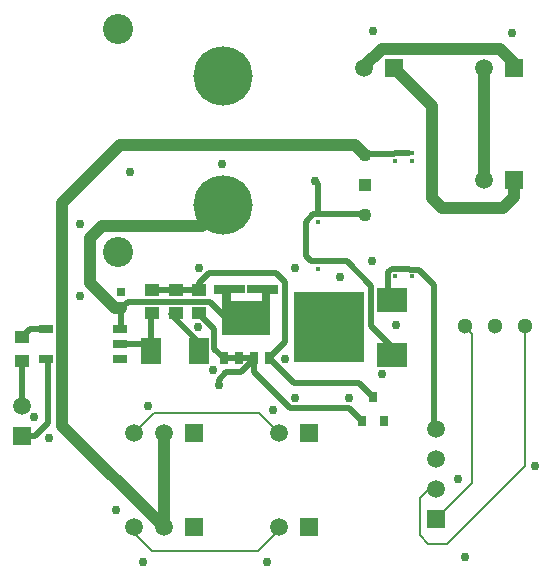
<source format=gbr>
%TF.GenerationSoftware,KiCad,Pcbnew,7.0.1*%
%TF.CreationDate,2023-09-17T22:33:06+09:00*%
%TF.ProjectId,Mix necessary function,4d697820-6e65-4636-9573-736172792066,rev?*%
%TF.SameCoordinates,Original*%
%TF.FileFunction,Copper,L1,Top*%
%TF.FilePolarity,Positive*%
%FSLAX46Y46*%
G04 Gerber Fmt 4.6, Leading zero omitted, Abs format (unit mm)*
G04 Created by KiCad (PCBNEW 7.0.1) date 2023-09-17 22:33:06*
%MOMM*%
%LPD*%
G01*
G04 APERTURE LIST*
G04 Aperture macros list*
%AMRoundRect*
0 Rectangle with rounded corners*
0 $1 Rounding radius*
0 $2 $3 $4 $5 $6 $7 $8 $9 X,Y pos of 4 corners*
0 Add a 4 corners polygon primitive as box body*
4,1,4,$2,$3,$4,$5,$6,$7,$8,$9,$2,$3,0*
0 Add four circle primitives for the rounded corners*
1,1,$1+$1,$2,$3*
1,1,$1+$1,$4,$5*
1,1,$1+$1,$6,$7*
1,1,$1+$1,$8,$9*
0 Add four rect primitives between the rounded corners*
20,1,$1+$1,$2,$3,$4,$5,0*
20,1,$1+$1,$4,$5,$6,$7,0*
20,1,$1+$1,$6,$7,$8,$9,0*
20,1,$1+$1,$8,$9,$2,$3,0*%
G04 Aperture macros list end*
%TA.AperFunction,ComponentPad*%
%ADD10R,1.508000X1.508000*%
%TD*%
%TA.AperFunction,ComponentPad*%
%ADD11C,1.508000*%
%TD*%
%TA.AperFunction,SMDPad,CuDef*%
%ADD12R,2.500000X2.000000*%
%TD*%
%TA.AperFunction,SMDPad,CuDef*%
%ADD13R,6.000000X6.000000*%
%TD*%
%TA.AperFunction,SMDPad,CuDef*%
%ADD14R,0.400000X0.350000*%
%TD*%
%TA.AperFunction,ComponentPad*%
%ADD15C,2.550000*%
%TD*%
%TA.AperFunction,ComponentPad*%
%ADD16C,5.016000*%
%TD*%
%TA.AperFunction,ComponentPad*%
%ADD17C,1.108000*%
%TD*%
%TA.AperFunction,ComponentPad*%
%ADD18R,1.108000X1.108000*%
%TD*%
%TA.AperFunction,ComponentPad*%
%ADD19C,1.300000*%
%TD*%
%TA.AperFunction,SMDPad,CuDef*%
%ADD20R,0.800000X0.700000*%
%TD*%
%TA.AperFunction,SMDPad,CuDef*%
%ADD21R,1.200000X0.800000*%
%TD*%
%TA.AperFunction,SMDPad,CuDef*%
%ADD22R,1.200000X1.000000*%
%TD*%
%TA.AperFunction,SMDPad,CuDef*%
%ADD23R,0.680000X1.100000*%
%TD*%
%TA.AperFunction,SMDPad,CuDef*%
%ADD24RoundRect,0.098600X-0.241400X-0.451400X0.241400X-0.451400X0.241400X0.451400X-0.241400X0.451400X0*%
%TD*%
%TA.AperFunction,SMDPad,CuDef*%
%ADD25R,1.780000X2.160000*%
%TD*%
%TA.AperFunction,SMDPad,CuDef*%
%ADD26R,0.800000X0.900000*%
%TD*%
%TA.AperFunction,ViaPad*%
%ADD27C,0.756400*%
%TD*%
%TA.AperFunction,Conductor*%
%ADD28C,1.000000*%
%TD*%
%TA.AperFunction,Conductor*%
%ADD29C,0.500000*%
%TD*%
%TA.AperFunction,Conductor*%
%ADD30C,1.016000*%
%TD*%
%TA.AperFunction,Conductor*%
%ADD31C,0.200000*%
%TD*%
G04 APERTURE END LIST*
%TA.AperFunction,EtchedComponent*%
%TO.C,Q1*%
G36*
X144877100Y-109182600D02*
G01*
X143677100Y-109182600D01*
X143677100Y-109842600D01*
X146277100Y-109842600D01*
X146277100Y-109182600D01*
X145077100Y-109182600D01*
X145077100Y-108472600D01*
X147677100Y-108472600D01*
X147677100Y-109282600D01*
X147007100Y-109282600D01*
X147007100Y-112762600D01*
X142947100Y-112762600D01*
X142947100Y-109282600D01*
X142277100Y-109282600D01*
X142277100Y-108472600D01*
X144877100Y-108472600D01*
X144877100Y-109182600D01*
G37*
%TD.AperFunction*%
%TD*%
D10*
%TO.P,LED,1*%
%TO.N,BLUE*%
X161031100Y-128313600D03*
D11*
%TO.P,LED,2*%
%TO.N,RED*%
X161031100Y-125773600D03*
%TO.P,LED,3*%
%TO.N,N/C*%
X161031100Y-123233600D03*
%TO.P,LED,4*%
%TO.N,+12V*%
X161031100Y-120693600D03*
%TD*%
D10*
%TO.P,AZUSA,1*%
%TO.N,AGND*%
X167691100Y-99573600D03*
D11*
%TO.P,AZUSA,2*%
%TO.N,VCC*%
X165151100Y-99573600D03*
%TD*%
D10*
%TO.P,SW1,1*%
%TO.N,EM*%
X167691100Y-90143600D03*
D11*
%TO.P,SW1,2*%
%TO.N,VCC*%
X165151100Y-90143600D03*
%TD*%
D10*
%TO.P,SW2,1*%
%TO.N,AGND*%
X157531100Y-90143600D03*
D11*
%TO.P,SW2,2*%
%TO.N,EM*%
X154991100Y-90143600D03*
%TD*%
D12*
%TO.P,U$17,VOUT*%
%TO.N,+12V*%
X157331100Y-109784600D03*
%TO.P,U$17,VIN*%
%TO.N,PVCC*%
X157331100Y-114384600D03*
D13*
%TO.P,U$17,GND*%
%TO.N,GND*%
X151981100Y-112084600D03*
%TD*%
D14*
%TO.P,C4,2*%
%TO.N,GND*%
X151069100Y-107132600D03*
%TO.P,C4,1*%
%TO.N,PVCC*%
X151069100Y-106482600D03*
%TD*%
%TO.P,C5,2*%
%TO.N,GND*%
X157588100Y-107770600D03*
%TO.P,C5,1*%
%TO.N,+12V*%
X157588100Y-107120600D03*
%TD*%
D15*
%TO.P,LIPO\uFF3FTHRU,P$4*%
%TO.N,N/C*%
X134100000Y-86800000D03*
%TO.P,LIPO\uFF3FTHRU,P$3*%
X134100000Y-105700000D03*
D16*
%TO.P,LIPO\uFF3FTHRU,-*%
%TO.N,GND*%
X143000000Y-90800000D03*
%TO.P,LIPO\uFF3FTHRU,+*%
%TO.N,N$20*%
X143000000Y-101700000D03*
%TD*%
D10*
%TO.P,AZUSA_CON1,1*%
%TO.N,GND*%
X150271100Y-129003600D03*
D11*
%TO.P,AZUSA_CON1,2*%
%TO.N,PWM1_SERVO*%
X147731100Y-129003600D03*
%TD*%
D10*
%TO.P,SERVO1,1*%
%TO.N,GND*%
X140541100Y-129003600D03*
D11*
%TO.P,SERVO1,2*%
%TO.N,+6V*%
X138001100Y-129003600D03*
%TO.P,SERVO1,3*%
%TO.N,PWM1_SERVO*%
X135461100Y-129003600D03*
%TD*%
D17*
%TO.P,U$1,INPUT*%
%TO.N,PVCC*%
X155001100Y-102543600D03*
%TO.P,U$1,OUTPUT*%
%TO.N,+6V*%
X155001100Y-97463600D03*
D18*
%TO.P,U$1,GND*%
%TO.N,GND*%
X155001100Y-100003600D03*
%TD*%
D14*
%TO.P,C1,2*%
%TO.N,GND*%
X151069100Y-103171600D03*
%TO.P,C1,1*%
%TO.N,PVCC*%
X151069100Y-102521600D03*
%TD*%
%TO.P,C2,2*%
%TO.N,GND*%
X157588100Y-98002600D03*
%TO.P,C2,1*%
%TO.N,+6V*%
X157588100Y-97352600D03*
%TD*%
%TO.P,C3,2*%
%TO.N,GND*%
X159000000Y-98002600D03*
%TO.P,C3,1*%
%TO.N,+6V*%
X159000000Y-97352600D03*
%TD*%
%TO.P,C6,2*%
%TO.N,GND*%
X159000000Y-107770600D03*
%TO.P,C6,1*%
%TO.N,+12V*%
X159000000Y-107120600D03*
%TD*%
D19*
%TO.P,LED_SW0,R*%
%TO.N,RED*%
X168541100Y-112003600D03*
%TO.P,LED_SW0,L*%
%TO.N,BLUE*%
X163461100Y-112003600D03*
%TO.P,LED_SW0,C*%
%TO.N,GND*%
X166001100Y-112003600D03*
%TD*%
D10*
%TO.P,SERVO2,1*%
%TO.N,GND*%
X140541100Y-121003600D03*
D11*
%TO.P,SERVO2,2*%
%TO.N,+6V*%
X138001100Y-121003600D03*
%TO.P,SERVO2,3*%
%TO.N,PWM2_SERVO*%
X135461100Y-121003600D03*
%TD*%
D10*
%TO.P,AZUSA_CON2,1*%
%TO.N,GND*%
X150271100Y-121003600D03*
D11*
%TO.P,AZUSA_CON2,2*%
%TO.N,PWM2_SERVO*%
X147731100Y-121003600D03*
%TD*%
D10*
%TO.P,THRU,1*%
%TO.N,N$1*%
X126001100Y-121273600D03*
D11*
%TO.P,THRU,2*%
%TO.N,N$92*%
X126001100Y-118733600D03*
%TD*%
D20*
%TO.P,C7,P$2*%
%TO.N,GND*%
X134394100Y-109081600D03*
%TO.P,C7,P$1*%
%TO.N,N$20*%
X134394100Y-110481600D03*
%TD*%
D21*
%TO.P,TLP1,GND*%
%TO.N,GND*%
X134301100Y-114781600D03*
%TO.P,TLP1,VCC*%
%TO.N,N$20*%
X134301100Y-112241600D03*
%TO.P,TLP1,VO*%
%TO.N,N$6*%
X134301100Y-113511600D03*
%TO.P,TLP1,CATHODE*%
%TO.N,N$1*%
X128001100Y-114781600D03*
%TO.P,TLP1,ANODE*%
%TO.N,N$118*%
X128001100Y-112241600D03*
%TD*%
D22*
%TO.P,R1,RIGHT*%
%TO.N,N$118*%
X126030100Y-112923600D03*
%TO.P,R1,LEFT*%
%TO.N,N$92*%
X126030100Y-114923600D03*
%TD*%
D23*
%TO.P,Q1,D*%
%TO.N,N$20*%
X144977100Y-111442600D03*
D24*
%TO.P,Q1,G*%
%TO.N,N$7*%
X146882100Y-114702600D03*
%TO.P,Q1,S1*%
%TO.N,PVCC*%
X143072100Y-114702600D03*
%TO.P,Q1,S3*%
X145612100Y-114702600D03*
%TO.P,Q1,S2*%
X144342100Y-114702600D03*
%TD*%
D22*
%TO.P,R2,RIGHT*%
%TO.N,N$7*%
X137001100Y-108885400D03*
%TO.P,R2,LEFT*%
%TO.N,N$6*%
X137001100Y-110885400D03*
%TD*%
%TO.P,R4,RIGHT*%
%TO.N,N$7*%
X141001100Y-108885400D03*
%TO.P,R4,LEFT*%
%TO.N,PVCC*%
X141001100Y-110885400D03*
%TD*%
D25*
%TO.P,D1,C*%
%TO.N,N$6*%
X136928100Y-114098600D03*
%TO.P,D1,A*%
%TO.N,N$8*%
X140978100Y-114098600D03*
%TD*%
D22*
%TO.P,R3,RIGHT*%
%TO.N,N$7*%
X139001100Y-108885400D03*
%TO.P,R3,LEFT*%
%TO.N,N$8*%
X139001100Y-110885400D03*
%TD*%
D26*
%TO.P,ZD1,NC*%
%TO.N,N/C*%
X156651100Y-120003600D03*
%TO.P,ZD1,ANODE*%
%TO.N,PVCC*%
X154751100Y-120003600D03*
%TO.P,ZD1,CATHODE*%
%TO.N,N$7*%
X155701100Y-118003600D03*
%TD*%
D27*
%TO.N,PVCC*%
X142701100Y-117003600D03*
X150801100Y-99703600D03*
%TO.N,GND*%
X153643100Y-118064600D03*
X149143100Y-118064600D03*
X156441100Y-116050600D03*
X130941100Y-109450600D03*
X135141100Y-98950600D03*
X130941100Y-103350600D03*
X148243100Y-114764600D03*
X155659100Y-106445600D03*
X157690100Y-111921600D03*
X167479100Y-87145600D03*
X155701100Y-87018600D03*
X142919100Y-98210600D03*
X140941100Y-107050600D03*
X140906100Y-112083600D03*
X142143100Y-115664600D03*
X127050100Y-119669600D03*
X128244100Y-121410600D03*
X149121100Y-107098600D03*
X152877100Y-107860600D03*
X162875100Y-124897600D03*
X169468100Y-123808600D03*
X163489100Y-131532600D03*
X146741100Y-131909600D03*
X136230100Y-131924600D03*
X147214100Y-119112600D03*
X133925100Y-127525600D03*
X136641100Y-118699600D03*
%TD*%
D28*
%TO.N,N$20*%
X132750000Y-103500000D02*
X141200000Y-103500000D01*
X131750000Y-108337500D02*
X131750000Y-104500000D01*
X131750000Y-104500000D02*
X132750000Y-103500000D01*
X133894100Y-110481600D02*
X131750000Y-108337500D01*
X134394100Y-110481600D02*
X133894100Y-110481600D01*
X141200000Y-103500000D02*
X143000000Y-101700000D01*
D29*
%TO.N,+12V*%
X160891100Y-120553600D02*
X161031100Y-120693600D01*
X160891100Y-108481900D02*
X160891100Y-120553600D01*
X159602400Y-107193200D02*
X160891100Y-108481900D01*
X158851700Y-107193200D02*
X159602400Y-107193200D01*
X158779100Y-107120600D02*
X158851700Y-107193200D01*
X157588100Y-107120600D02*
X158779100Y-107120600D01*
%TO.N,N$8*%
X140978100Y-113374332D02*
X140978100Y-114098600D01*
X139001100Y-110885400D02*
X138612100Y-110986332D01*
X140978100Y-113374332D02*
X138612100Y-110986332D01*
%TO.N,N$7*%
X154501100Y-116803600D02*
X148983100Y-116803600D01*
X154501100Y-116803600D02*
X155701100Y-118003600D01*
X146882100Y-114702600D02*
X148983100Y-116803600D01*
X147514418Y-107503600D02*
X148254500Y-108243682D01*
X141801100Y-107503600D02*
X147514418Y-107503600D01*
X141001100Y-108303600D02*
X141801100Y-107503600D01*
X141001100Y-108885400D02*
X141001100Y-108303600D01*
X148254500Y-108243682D02*
X148254500Y-113330200D01*
X146882100Y-114702600D02*
X148254500Y-113330200D01*
X140535300Y-108907400D02*
X139001100Y-108885400D01*
X141001100Y-108885400D02*
X140535300Y-108907400D01*
X139001100Y-108885400D02*
X137001100Y-108885400D01*
%TO.N,N$6*%
X136928100Y-111115200D02*
X137001100Y-110885400D01*
X136928100Y-114098600D02*
X136928100Y-111115200D01*
X136341100Y-113511600D02*
X136928100Y-114098600D01*
X134301100Y-113511600D02*
X136341100Y-113511600D01*
%TO.N,N$1*%
X126001100Y-121273600D02*
X127101100Y-121273600D01*
X128201100Y-120173600D02*
X127101100Y-121273600D01*
X128201100Y-114981600D02*
X128201100Y-120173600D01*
X128001100Y-114781600D02*
X128201100Y-114981600D01*
%TO.N,N$118*%
X126712100Y-112241600D02*
X128001100Y-112241600D01*
X126030100Y-112923600D02*
X126712100Y-112241600D01*
%TO.N,N$92*%
X126001100Y-115112600D02*
X126001100Y-118733600D01*
X126030100Y-114923600D02*
X126001100Y-115112600D01*
%TO.N,N$20*%
X141938100Y-109903600D02*
X134972100Y-109903600D01*
X134972100Y-109903600D02*
X134394100Y-110481600D01*
X143477100Y-111442600D02*
X141938100Y-109903600D01*
X144977100Y-111442600D02*
X143477100Y-111442600D01*
X134394100Y-112334600D02*
X134398100Y-112338600D01*
X134394100Y-110481600D02*
X134394100Y-112334600D01*
X134394100Y-112334600D02*
X134301100Y-112241600D01*
D30*
%TO.N,AGND*%
X167691100Y-99573600D02*
X167691100Y-101033869D01*
X160736700Y-101159469D02*
X160736700Y-93349200D01*
X160736700Y-93349200D02*
X157531100Y-90143600D01*
X167691100Y-101033869D02*
X166736968Y-101988000D01*
X161565231Y-101988000D02*
X160736700Y-101159469D01*
X166736968Y-101988000D02*
X161565231Y-101988000D01*
D31*
%TO.N,PWM1_SERVO*%
X147731100Y-129273600D02*
X146001100Y-131003600D01*
X147731100Y-129003600D02*
X147731100Y-129273600D01*
X146001100Y-131003600D02*
X137001100Y-131003600D01*
X135461100Y-129463600D02*
X137001100Y-131003600D01*
X135461100Y-129003600D02*
X135461100Y-129463600D01*
%TO.N,PWM2_SERVO*%
X147731100Y-121003600D02*
X146031100Y-119303600D01*
X135461100Y-121003600D02*
X137161100Y-119303600D01*
X146031100Y-119303600D02*
X137161100Y-119303600D01*
%TO.N,BLUE*%
X161031100Y-128313600D02*
X164061100Y-125283600D01*
X164061100Y-112603600D02*
X163461100Y-112003600D01*
X164061100Y-112603600D02*
X164061100Y-125283600D01*
%TO.N,RED*%
X162001737Y-130403600D02*
X160401100Y-130403600D01*
X160439100Y-125773600D02*
X161031100Y-125773600D01*
X159701100Y-126511600D02*
X160439100Y-125773600D01*
X159701100Y-129703600D02*
X159701100Y-126511600D01*
X160401100Y-130403600D02*
X159701100Y-129703600D01*
X168588100Y-123817238D02*
X162001737Y-130403600D01*
X168588100Y-112050600D02*
X168588100Y-123817238D01*
X168541100Y-112003600D02*
X168588100Y-112050600D01*
D28*
%TO.N,+6V*%
X138001100Y-129003600D02*
X138001100Y-121003600D01*
X129401100Y-120403600D02*
X138001100Y-129003600D01*
X129401100Y-101564600D02*
X129401100Y-120403600D01*
D29*
X157588100Y-97352600D02*
X158779100Y-97352600D01*
X157515500Y-97425200D02*
X157588100Y-97352600D01*
X155001100Y-97463600D02*
X155039500Y-97425200D01*
X157515500Y-97425200D02*
X155039500Y-97425200D01*
D28*
X154202100Y-96664600D02*
X134301100Y-96664600D01*
X155001100Y-97463600D02*
X154202100Y-96664600D01*
X134301100Y-96664600D02*
X129401100Y-101564600D01*
D29*
%TO.N,PVCC*%
X143301100Y-115903600D02*
X144511100Y-115903600D01*
X142701100Y-117003600D02*
X142701100Y-116503600D01*
X143301100Y-115903600D02*
X142701100Y-116503600D01*
X151069100Y-99971600D02*
X150801100Y-99703600D01*
X151069100Y-102521600D02*
X151069100Y-99971600D01*
X145612100Y-115833919D02*
X145612100Y-114702600D01*
X148725381Y-118947200D02*
X145612100Y-115833919D01*
X153694700Y-118947200D02*
X148725381Y-118947200D01*
X154751100Y-120003600D02*
X153694700Y-118947200D01*
X145612100Y-114802600D02*
X144511100Y-115903600D01*
X145612100Y-114702600D02*
X145612100Y-114802600D01*
X142270500Y-112192363D02*
X141001100Y-110922963D01*
X141001100Y-110885400D02*
X141001100Y-110922963D01*
X142270500Y-113901000D02*
X142270500Y-112192363D01*
X143072100Y-114702600D02*
X142270500Y-113901000D01*
X144342100Y-114702600D02*
X143072100Y-114702600D01*
X145612100Y-114702600D02*
X144342100Y-114702600D01*
X153480100Y-106482600D02*
X155571700Y-108574200D01*
X155571700Y-111981282D02*
X157331100Y-113740682D01*
X155571700Y-108574200D02*
X155571700Y-111981282D01*
X157331100Y-113740682D02*
X157331100Y-114384600D01*
X151069100Y-106482600D02*
X153480100Y-106482600D01*
X150480100Y-106482600D02*
X151069100Y-106482600D01*
X150001100Y-106003600D02*
X150480100Y-106482600D01*
X150001100Y-103126650D02*
X150001100Y-106003600D01*
X150606150Y-102521600D02*
X150001100Y-103126650D01*
X151069100Y-102521600D02*
X150606150Y-102521600D01*
D31*
X154979100Y-102521600D02*
X155001100Y-102543600D01*
D29*
X151069100Y-102521600D02*
X154979100Y-102521600D01*
D30*
%TO.N,EM*%
X156503556Y-88475200D02*
X166482968Y-88475200D01*
X167691100Y-89683332D02*
X166482968Y-88475200D01*
X167691100Y-90143600D02*
X167691100Y-89683332D01*
X154991100Y-90143600D02*
X154991100Y-89987657D01*
X156503556Y-88475200D02*
X154991100Y-89987657D01*
%TO.N,VCC*%
X165151100Y-99573600D02*
X165151100Y-90143600D01*
D29*
%TO.N,+12V*%
X157331100Y-109784600D02*
X156985700Y-109439200D01*
X156985700Y-107423000D02*
X156985700Y-109439200D01*
X157288100Y-107120600D02*
X156985700Y-107423000D01*
X157588100Y-107120600D02*
X157288100Y-107120600D01*
%TD*%
M02*

</source>
